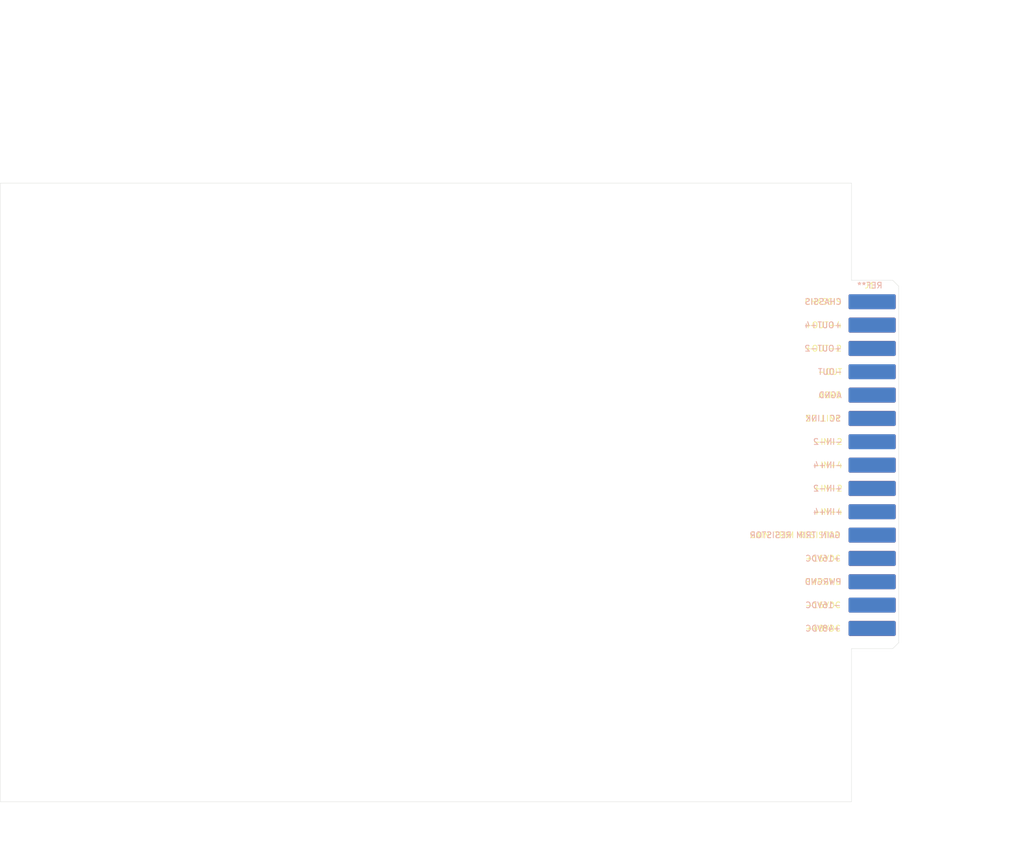
<source format=kicad_pcb>
(kicad_pcb (version 20240108) (generator "pcbnew") (generator_version "8.0")
  (title_block (title "API Series 500 (EDA 306)"))
  (layers (0 "F.Cu" signal) (31 "B.Cu" signal) (34 "B.Paste" user) (35 "F.Paste" user) (36 "B.SilkS" user "B.Silkscreen") (37 "F.SilkS" user "F.Silkscreen") (38 "B.Mask" user) (39 "F.Mask" user) (44 "Edge.Cuts" user))
  (net 0 "")
  (net 1 "/CHASSIS")
  (net 2 "/+OUT+4")
  (net 3 "/+OUT-2")
  (net 4 "/-OUT")
  (net 5 "/AGND")
  (net 6 "/SC_LINK")
  (net 7 "/-IN-2")
  (net 8 "/-IN+4")
  (net 9 "/+IN-2")
  (net 10 "/+IN+4")
  (net 11 "/GAIN_ADJ")
  (net 12 "+16V")
  (net 13 "GND")
  (net 14 "-16V")
  (net 15 "+48V")
  (footprint "Cards:EDA_306" (layer "F.Cu") (at 198.5 98.899)
    (property "Reference" "J1" (at -0.396 -26.532 0) (layer "F.SilkS"))
    (property "Value" "EDA 306")
    (fp_text user "PWRGND" (at -8.316 23.76 180) (layer "B.SilkS") (effects (justify mirror)))
    (fp_text user "-IN+4" (at -7.524 3.96 180) (layer "B.SilkS") (effects (justify mirror)))
    (fp_text user "SC LINK" (at -8.316 -3.96 180) (layer "B.SilkS") (effects (justify mirror)))
    (fp_text user "CHASSIS" (at -8.316 -23.76 180) (layer "B.SilkS") (effects (justify mirror)))
    (fp_text user "-OUT" (at -7.128 -11.88 180) (layer "B.SilkS") (effects (justify mirror)))
    (fp_text user "+48VDC" (at -8.316 31.68 180) (layer "B.SilkS") (effects (justify mirror)))
    (fp_text user "AGND" (at -7.128 -7.92 180) (layer "B.SilkS") (effects (justify mirror)))
    (fp_text user "+16VDC" (at -8.316 19.8 180) (layer "B.SilkS") (effects (justify mirror)))
    (fp_text user "+OUT+4" (at -8.316 -19.8 180) (layer "B.SilkS") (effects (justify mirror)))
    (fp_text user "+IN+4" (at -7.524 11.88 180) (layer "B.SilkS") (effects (justify mirror)))
    (fp_text user "+OUT-2" (at -8.316 -15.84 180) (layer "B.SilkS") (effects (justify mirror)))
    (fp_text user "+IN-2" (at -7.524 7.92 180) (layer "B.SilkS") (effects (justify mirror)))
    (fp_text user "GAIN TRIM RESISTOR" (at -13.068 15.84 180) (layer "B.SilkS") (effects (justify mirror)))
    (fp_text user "REF**" (at -0.396 -26.532 180) (layer "B.SilkS") (effects (justify mirror)))
    (fp_text user "-16VDC" (at -8.316 27.72 180) (layer "B.SilkS") (effects (justify mirror)))
    (fp_text user "-IN-2" (at -7.524 0 180) (layer "B.SilkS") (effects (justify mirror)))
    (fp_text user "-16VDC" (at -8.316 27.72 0) (layer "F.SilkS"))
    (fp_text user "CHASSIS" (at -8.316 -23.76 0) (layer "F.SilkS"))
    (fp_text user "+16VDC" (at -8.316 19.8 0) (layer "F.SilkS"))
    (fp_text user "-OUT" (at -7.128 -11.88 0) (layer "F.SilkS"))
    (fp_text user "+IN-2" (at -7.524 7.92 0) (layer "F.SilkS"))
    (fp_text user "+OUT-2" (at -8.316 -15.84 0) (layer "F.SilkS"))
    (fp_text user "SC LINK" (at -8.316 -3.96 0) (layer "F.SilkS"))
    (fp_text user "-IN-2" (at -7.524 0 0) (layer "F.SilkS"))
    (fp_text user "AGND" (at -7.128 -7.92 0) (layer "F.SilkS"))
    (fp_text user "GAIN TRIM RESISTOR" (at -13.068 15.84 0) (layer "F.SilkS"))
    (fp_text user "PWRGND" (at -8.316 23.76 0) (layer "F.SilkS"))
    (fp_text user "-IN+4" (at -7.524 3.96 0) (layer "F.SilkS"))
    (fp_text user "+48VDC" (at -8.316 31.68 0) (layer "F.SilkS"))
    (fp_text user "+IN+4" (at -7.524 11.88 0) (layer "F.SilkS"))
    (fp_text user "+OUT+4" (at -8.316 -19.8 0) (layer "F.SilkS"))
    (pad "1" connect roundrect (at 0 -23.76 90) (size 2.54 8) (layers "*.Mask" "F.Cu") (roundrect_rratio 0.098) (net 1 "/CHASSIS"))
    (pad "1" connect roundrect (at 0 -23.76 270) (size 2.54 8) (layers "*.Mask" "B.Cu") (roundrect_rratio 0.098) (net 1 "/CHASSIS"))
    (pad "2" connect roundrect (at 0 -19.8 90) (size 2.54 8) (layers "*.Mask" "F.Cu") (roundrect_rratio 0.098) (net 2 "/+OUT+4"))
    (pad "2" connect roundrect (at 0 -19.8 270) (size 2.54 8) (layers "*.Mask" "B.Cu") (roundrect_rratio 0.098) (net 2 "/+OUT+4"))
    (pad "3" connect roundrect (at 0 -15.84 90) (size 2.54 8) (layers "*.Mask" "F.Cu") (roundrect_rratio 0.098) (net 3 "/+OUT-2"))
    (pad "3" connect roundrect (at 0 -15.84 270) (size 2.54 8) (layers "*.Mask" "B.Cu") (roundrect_rratio 0.098) (net 3 "/+OUT-2"))
    (pad "4" connect roundrect (at 0 -11.88 90) (size 2.54 8) (layers "*.Mask" "F.Cu") (roundrect_rratio 0.098) (net 4 "/-OUT"))
    (pad "4" connect roundrect (at 0 -11.88 270) (size 2.54 8) (layers "*.Mask" "B.Cu") (roundrect_rratio 0.098) (net 4 "/-OUT"))
    (pad "5" connect roundrect (at 0 -7.92 90) (size 2.54 8) (layers "*.Mask" "F.Cu") (roundrect_rratio 0.098) (net 5 "/AGND"))
    (pad "5" connect roundrect (at 0 -7.92 270) (size 2.54 8) (layers "*.Mask" "B.Cu") (roundrect_rratio 0.098) (net 5 "/AGND"))
    (pad "6" connect roundrect (at 0 -3.96 90) (size 2.54 8) (layers "*.Mask" "F.Cu") (roundrect_rratio 0.098) (net 6 "/SC_LINK"))
    (pad "6" connect roundrect (at 0 -3.96 270) (size 2.54 8) (layers "*.Mask" "B.Cu") (roundrect_rratio 0.098) (net 6 "/SC_LINK"))
    (pad "7" connect roundrect (at 0 0 90) (size 2.54 8) (layers "*.Mask" "F.Cu") (roundrect_rratio 0.098) (net 7 "/-IN-2"))
    (pad "7" connect roundrect (at 0 0 270) (size 2.54 8) (layers "*.Mask" "B.Cu") (roundrect_rratio 0.098) (net 7 "/-IN-2"))
    (pad "8" connect roundrect (at 0 3.96 90) (size 2.54 8) (layers "*.Mask" "F.Cu") (roundrect_rratio 0.098) (net 8 "/-IN+4"))
    (pad "8" connect roundrect (at 0 3.96 270) (size 2.54 8) (layers "*.Mask" "B.Cu") (roundrect_rratio 0.098) (net 8 "/-IN+4"))
    (pad "9" connect roundrect (at 0 7.92 90) (size 2.54 8) (layers "*.Mask" "F.Cu") (roundrect_rratio 0.098) (net 9 "/+IN-2"))
    (pad "9" connect roundrect (at 0 7.92 270) (size 2.54 8) (layers "*.Mask" "B.Cu") (roundrect_rratio 0.098) (net 9 "/+IN-2"))
    (pad "10" connect roundrect (at 0 11.88 90) (size 2.54 8) (layers "*.Mask" "F.Cu") (roundrect_rratio 0.098) (net 10 "/+IN+4"))
    (pad "10" connect roundrect (at 0 11.88 270) (size 2.54 8) (layers "*.Mask" "B.Cu") (roundrect_rratio 0.098) (net 10 "/+IN+4"))
    (pad "11" connect roundrect (at 0 15.84 90) (size 2.54 8) (layers "*.Mask" "F.Cu") (roundrect_rratio 0.098) (net 11 "/GAIN_ADJ"))
    (pad "11" connect roundrect (at 0 15.84 270) (size 2.54 8) (layers "*.Mask" "B.Cu") (roundrect_rratio 0.098) (net 11 "/GAIN_ADJ"))
    (pad "12" connect roundrect (at 0 19.8 90) (size 2.54 8) (layers "*.Mask" "F.Cu") (roundrect_rratio 0.098) (net 12 "+16V"))
    (pad "12" connect roundrect (at 0 19.8 270) (size 2.54 8) (layers "*.Mask" "B.Cu") (roundrect_rratio 0.098) (net 12 "+16V"))
    (pad "13" connect roundrect (at 0 23.76 90) (size 2.54 8) (layers "*.Mask" "F.Cu") (roundrect_rratio 0.098) (net 13 "GND"))
    (pad "13" connect roundrect (at 0 23.76 270) (size 2.54 8) (layers "*.Mask" "B.Cu") (roundrect_rratio 0.098) (net 13 "GND"))
    (pad "14" connect roundrect (at 0 27.72 90) (size 2.54 8) (layers "*.Mask" "F.Cu") (roundrect_rratio 0.098) (net 14 "-16V"))
    (pad "14" connect roundrect (at 0 27.72 270) (size 2.54 8) (layers "*.Mask" "B.Cu") (roundrect_rratio 0.098) (net 14 "-16V"))
    (pad "15" connect roundrect (at 0 31.68 90) (size 2.54 8) (layers "*.Mask" "F.Cu") (roundrect_rratio 0.098) (net 15 "+48V"))
    (pad "15" connect roundrect (at 0 31.68 270) (size 2.54 8) (layers "*.Mask" "B.Cu") (roundrect_rratio 0.098) (net 15 "+48V"))
  )
  (gr_line (start 195 71.5) (end 195 55) (stroke (width 0.05)) (layer "Edge.Cuts"))
  (gr_line (start 195 134) (end 195 160) (stroke (width 0.05)) (layer "Edge.Cuts"))
  (gr_line (start 202 134) (end 203 133) (stroke (width 0.05)) (layer "Edge.Cuts"))
  (gr_line (start 202 71.5) (end 203 72.5) (stroke (width 0.05)) (layer "Edge.Cuts"))
  (gr_line (start 195 160) (end 50.65 160) (stroke (width 0.05)) (layer "Edge.Cuts"))
  (gr_line (start 195 55) (end 50.65 55) (stroke (width 0.05)) (layer "Edge.Cuts"))
  (gr_line (start 195 71.5) (end 202 71.5) (stroke (width 0.05)) (layer "Edge.Cuts"))
  (gr_line (start 195 134) (end 202 134) (stroke (width 0.05)) (layer "Edge.Cuts"))
  (gr_line (start 50.65 160) (end 50.65 55) (stroke (width 0.05)) (layer "Edge.Cuts"))
  (gr_line (start 203 133) (end 203 72.5) (stroke (width 0.05)) (layer "Edge.Cuts"))
)
</source>
